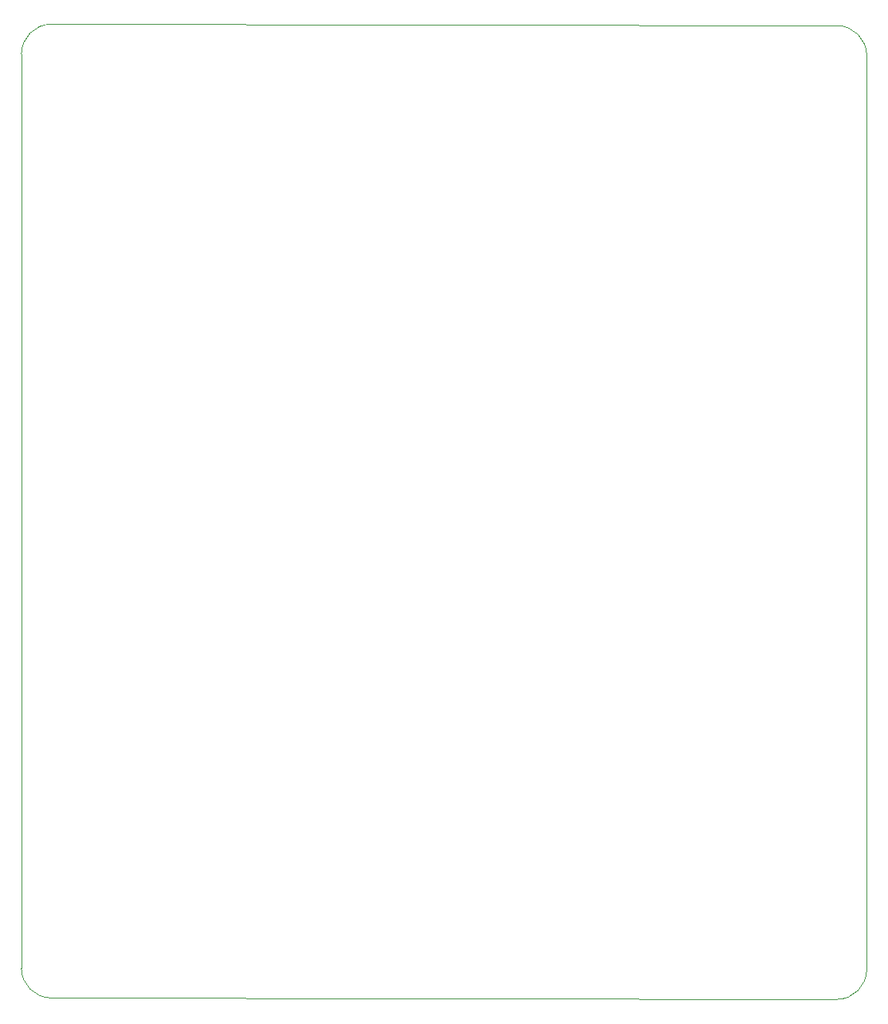
<source format=gbr>
G04 #@! TF.GenerationSoftware,KiCad,Pcbnew,(5.1.5)-3*
G04 #@! TF.CreationDate,2020-04-12T16:22:57-07:00*
G04 #@! TF.ProjectId,Milpitas_BMS,4d696c70-6974-4617-935f-424d532e6b69,rev?*
G04 #@! TF.SameCoordinates,Original*
G04 #@! TF.FileFunction,Profile,NP*
%FSLAX46Y46*%
G04 Gerber Fmt 4.6, Leading zero omitted, Abs format (unit mm)*
G04 Created by KiCad (PCBNEW (5.1.5)-3) date 2020-04-12 16:22:57*
%MOMM*%
%LPD*%
G04 APERTURE LIST*
%ADD10C,0.050000*%
G04 APERTURE END LIST*
D10*
X191262000Y-145542000D02*
X191262000Y-48514000D01*
X104648000Y-148564600D02*
X188087000Y-148717000D01*
X104648000Y-45186600D02*
X188087000Y-45339000D01*
X101473000Y-48361600D02*
X101473000Y-145389600D01*
X101473000Y-48361600D02*
G75*
G02X104648000Y-45186600I3175000J0D01*
G01*
X188087000Y-45339000D02*
G75*
G02X191262000Y-48514000I0J-3175000D01*
G01*
X191262000Y-145542000D02*
G75*
G02X188087000Y-148717000I-3175000J0D01*
G01*
X104648000Y-148564600D02*
G75*
G02X101473000Y-145389600I0J3175000D01*
G01*
M02*

</source>
